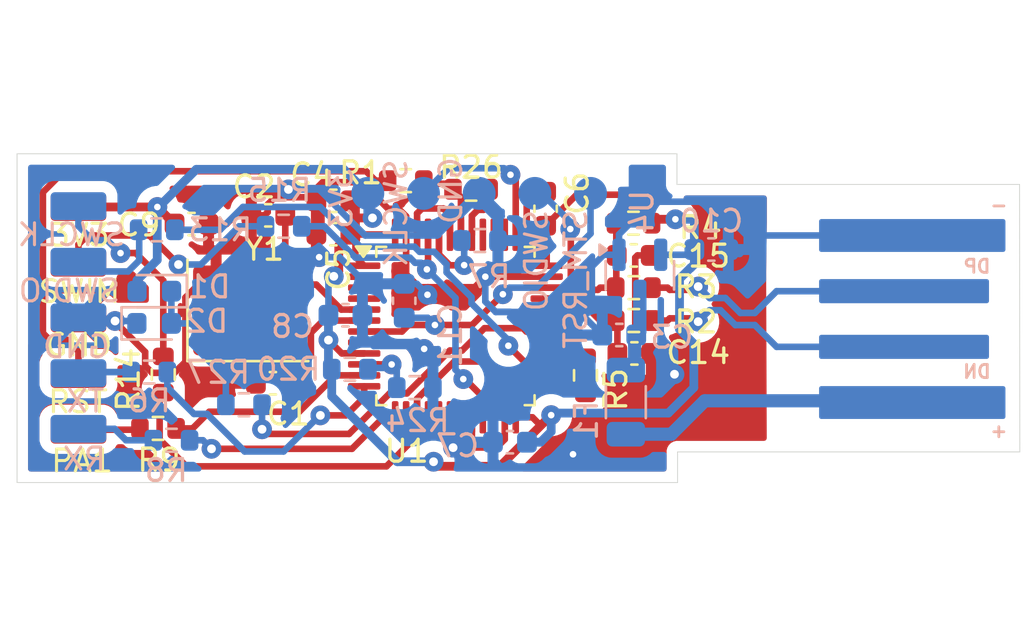
<source format=kicad_pcb>
(kicad_pcb (version 20241229) (generator "pcbnew") (generator_version "9.0")
  (layers (0 "F.Cu" signal "Front") (2 "B.Cu" signal "Back") (13 "F.Paste" user) (15 "B.Paste" user) (5 "F.SilkS" user "F.Silkscreen") (7 "B.SilkS" user "B.Silkscreen") (1 "F.Mask" user) (3 "B.Mask" user) (25 "Edge.Cuts" user))
  (net 0 "")
  (net 1 "/OSC_OUT")
  (net 2 "Earth")
  (net 3 "/OSC_IN?")
  (net 4 "+5V")
  (net 5 "+3V3")
  (net 6 "/STM_RST")
  (net 7 "/USB_N")
  (net 8 "/USB_P")
  (net 9 "Net-(D1-K)")
  (net 10 "/STLINK_RX")
  (net 11 "Net-(J2-Pin_2)")
  (net 12 "/STLINK_TX")
  (net 13 "Net-(J2-Pin_4)")
  (net 14 "Net-(J2-Pin_3)")
  (net 15 "/SWDIO")
  (net 16 "/SWCLK")
  (net 17 "/T_NRST")
  (net 18 "/T_SWDIO_IN")
  (net 19 "/T_JTMS")
  (net 20 "Net-(U1-BOOT0)")
  (net 21 "/T_JTCK")
  (net 22 "/T_SWIM")
  (net 23 "/AIN1")
  (net 24 "Net-(U1-PB5)")
  (net 25 "/LED_STLINK")
  (net 29 "Net-(U1-PB7)")
  (net 32 "/T_JTDI")
  (net 33 "/T_JTDO")
  (net 35 "/T_JRST")
  (net 38 "/T_SWO")
  (net 40 "/PB11")
  (net 42 "Net-(J1-Pin_1)")
  (net 43 "/D+")
  (net 44 "/D-")
  (net 45 "Net-(J2-Pin_10)")
  (net 46 "Net-(J2-Pin_8)")
  (net 47 "Net-(J2-Pin_7)")
  (net 48 "/Pin_navic")
  (net 49 "Net-(J2-Pin_9)")
  (footprint "Resistor_SMD:R_0603_1608Metric" (layer "F.Cu") (at 52.549239 32.799239 180)
    (property "Reference" "R4")
    (property "Value" "1K8")
  )
  (footprint "Capacitor_SMD:C_0603_1608Metric" (layer "F.Cu") (at 38.859239 31.779239 180)
    (property "Reference" "C4")
    (property "Value" "100nF/6v")
  )
  (footprint "Resistor_SMD:R_0603_1608Metric" (layer "F.Cu") (at 45.14 31.25)
    (property "Reference" "R26")
    (property "Value" "220R")
  )
  (footprint "Capacitor_SMD:C_0603_1608Metric" (layer "F.Cu") (at 32.39 32.84)
    (property "Reference" "C9")
    (property "Value" "4.7uF/6v")
  )
  (footprint "Capacitor_SMD:C_0603_1608Metric" (layer "F.Cu") (at 52.59 38.74)
    (property "Reference" "C14")
    (property "Value" "47pF/6v")
  )
  (footprint "Resistor_SMD:R_0603_1608Metric" (layer "F.Cu") (at 30.86 42.16)
    (property "Reference" "R9")
    (property "Value" "100R")
  )
  (footprint "Connector_IDC:Untitled" (layer "F.Cu") (at 30.73 36.56)
    (property "Reference" "J2" (hide yes))
    (property "Value" "Conn_02x05_Odd_Even" (hide yes))
  )
  (footprint "PCM_kikit:Tab" (layer "F.Cu") (at 50 44.7)
    (property "Reference" "REF**" (hide yes))
    (property "Value" "Tab")
  )
  (footprint "Resistor_SMD:R_0603_1608Metric" (layer "F.Cu") (at 31.1 39.7 90)
    (property "Reference" "R14")
    (property "Value" "100R")
  )
  (footprint "Capacitor_SMD:C_0603_1608Metric" (layer "F.Cu") (at 36.1 40.1)
    (property "Reference" "C1")
    (property "Value" "20pF/6v")
  )
  (footprint "Resistor_SMD:R_0603_1608Metric" (layer "F.Cu") (at 42.159239 30.859239)
    (property "Reference" "R1")
    (property "Value" "100R")
  )
  (footprint "Capacitor_SMD:C_0603_1608Metric" (layer "F.Cu") (at 35.89 32.44)
    (property "Reference" "C2")
    (property "Value" "20pF/6v")
  )
  (footprint "PCM_kikit:Tab" (layer "F.Cu") (at 30 29.7)
    (property "Reference" "REF**" (hide yes))
    (property "Value" "Tab")
  )
  (footprint "Resistor_SMD:R_0603_1608Metric" (layer "F.Cu") (at 50.36 39.74 -90)
    (property "Reference" "R5")
    (property "Value" "100R")
  )
  (footprint "PCM_kikit:Tab" (layer "F.Cu") (at 50 29.6)
    (property "Reference" "REF**" (hide yes))
    (property "Value" "Tab")
  )
  (footprint "Capacitor_SMD:C_0603_1608Metric" (layer "F.Cu") (at 38.859239 33.299239 180)
    (property "Reference" "C5")
    (property "Value" "100nF/6v")
  )
  (footprint "Resistor_SMD:R_0603_1608Metric" (layer "F.Cu") (at 52.565 37.24 180)
    (property "Reference" "R2")
    (property "Value" "22R")
  )
  (footprint "Crystal:Crystal_SMD_3225-4Pin_3.2x2.5mm_HandSoldering" (layer "F.Cu") (at 34.96 36.78)
    (property "Reference" "Y1")
    (property "Value" "Crystal_GND24")
  )
  (footprint "Capacitor_SMD:C_0603_1608Metric" (layer "F.Cu") (at 48.54 32.14 90)
    (property "Reference" "C6")
    (property "Value" "100nF/6v")
  )
  (footprint "Package_QFP:LQFP-48_7x7mm_P0.5mm" (layer "F.Cu") (at 44.4275 37.49)
    (property "Reference" "U1")
    (property "Value" "STM32F103CBTx")
  )
  (footprint "Capacitor_SMD:C_0603_1608Metric" (layer "F.Cu") (at 52.559239 34.269239)
    (property "Reference" "C15")
    (property "Value" "47pF/6v")
  )
  (footprint "Resistor_SMD:R_0603_1608Metric" (layer "F.Cu") (at 52.565 35.74 180)
    (property "Reference" "R3")
    (property "Value" "22R")
  )
  (footprint "Resistor_SMD:R_1206_3216Metric" (layer "B.Cu") (at 52.2 40.9625 90)
    (property "Reference" "F1")
    (property "Value" "500mA")
  )
  (footprint "LED_SMD:LED_0603_1608Metric" (layer "B.Cu") (at 30.69 35.9 180)
    (property "Reference" "D1")
    (property "Value" "LED")
  )
  (footprint "Connector_IDC:Untitled_3" (layer "B.Cu") (at 45.43 33.94 -90)
    (property "Reference" "J3" (hide yes))
    (property "Value" "Conn_01x05" (hide yes))
  )
  (footprint "Resistor_SMD:R_0603_1608Metric" (layer "B.Cu") (at 30.46 39.59 180)
    (property "Reference" "R6")
    (property "Value" "100R")
  )
  (footprint "Capacitor_SMD:C_0603_1608Metric" (layer "B.Cu") (at 56.1 34)
    (property "Reference" "C10")
    (property "Value" "100nF/6v")
  )
  (footprint "Resistor_SMD:R_0603_1608Metric" (layer "B.Cu") (at 45.54 33.59)
    (property "Reference" "R7")
    (property "Value" "0")
  )
  (footprint "Resistor_SMD:R_0603_1608Metric" (layer "B.Cu") (at 34.78 41.08)
    (property "Reference" "R27")
    (property "Value" "1K")
  )
  (footprint "Connector_USB:USB_A_PCB_traces_small" (layer "B.Cu") (at 70.115 37.17 180)
    (property "Reference" "J1" (hide yes))
    (property "Value" "Conn_01x04_Pin" (hide yes))
  )
  (footprint "Capacitor_SMD:C_0603_1608Metric" (layer "B.Cu") (at 46.914239 42.789239 180)
    (property "Reference" "C7")
    (property "Value" "100nF/6v")
  )
  (footprint "Capacitor_SMD:C_0603_1608Metric" (layer "B.Cu") (at 42.09 36.34 -90)
    (property "Reference" "C11")
    (property "Value" "100nF/6v")
  )
  (footprint "Resistor_SMD:R_0603_1608Metric" (layer "B.Cu") (at 42.575 40.3 180)
    (property "Reference" "R24")
    (property "Value" "10k")
  )
  (footprint "Capacitor_SMD:C_0603_1608Metric" (layer "B.Cu") (at 51.9 37.9 180)
    (property "Reference" "C3")
    (property "Value" "100nF/6v")
  )
  (footprint "Resistor_SMD:R_0603_1608Metric" (layer "B.Cu") (at 39.609239 39.459239)
    (property "Reference" "R20")
    (property "Value" "10k")
  )
  (footprint "Capacitor_SMD:C_0603_1608Metric" (layer "B.Cu") (at 39.409239 36.999239)
    (property "Reference" "C8")
    (property "Value" "100nF/6v")
  )
  (footprint "Resistor_SMD:R_0603_1608Metric" (layer "B.Cu") (at 31.475 42.7 180)
    (property "Reference" "R8")
    (property "Value" "100R")
  )
  (footprint "Resistor_SMD:R_0603_1608Metric" (layer "B.Cu") (at 36.59 32.94)
    (property "Reference" "R15")
    (property "Value" "100R")
  )
  (footprint "LED_SMD:LED_0603_1608Metric" (layer "B.Cu") (at 30.6825 37.37)
    (property "Reference" "D2")
    (property "Value" "LED")
  )
  (footprint "Package_TO_SOT_SMD:SOT-23" (layer "B.Cu") (at 52.84 35.1775 -90)
    (property "Reference" "U4")
    (property "Value" "MCP1700x-330xxTT")
  )
  (footprint "Resistor_SMD:R_0603_1608Metric" (layer "B.Cu") (at 30.8 33.1 180)
    (property "Reference" "R13")
    (property "Value" "100R")
  )
  (gr_line (start 54.560761 44.630761) (end 24.430761 44.630761) (stroke (width 0.0381)) (layer "Edge.Cuts"))
  (gr_line (start 54.530761 29.630761) (end 24.430761 29.630761) (stroke (width 0.0381)) (layer "Edge.Cuts"))
  (gr_line (start 70.160761 31.030761) (end 70.170761 43.230761) (stroke (width 0.0381)) (layer "Edge.Cuts"))
  (gr_line (start 70.170761 43.230761) (end 54.560761 43.230761) (stroke (width 0.0381)) (layer "Edge.Cuts"))
  (gr_line (start 24.430761 44.630761) (end 24.430761 29.630761) (stroke (width 0.0381)) (layer "Edge.Cuts"))
  (gr_line (start 70.160761 31.030761) (end 54.530761 31.030761) (stroke (width 0.0381)) (layer "Edge.Cuts"))
  (gr_line (start 54.530761 31.030761) (end 54.530761 29.630761) (stroke (width 0.0381)) (layer "Edge.Cuts"))
  (gr_line (start 54.560761 44.630761) (end 54.560761 43.230761) (stroke (width 0.0381)) (layer "Edge.Cuts"))
  (gr_text "SWIM" (at 25.32 36.5 0) (layer "F.SilkS") (effects (font (size 1 1) (thickness 0.14)) (justify left bottom)))
  (gr_text "PA1" (at 25.9 44.230761 0) (layer "F.SilkS") (effects (font (size 1 1) (thickness 0.14)) (justify left bottom)))
  (gr_text "3V3" (at 25.8 33.93 0) (layer "F.SilkS") (effects (font (size 1 1) (thickness 0.14)) (justify left bottom)))
  (gr_text "RST" (at 25.76 41.53 0) (layer "F.SilkS") (effects (font (size 1 1) (thickness 0.14)) (justify left bottom)))
  (gr_text "GND" (at 25.64 38.94 0) (layer "F.SilkS") (effects (font (size 1 1) (thickness 0.14)) (justify left bottom)))
  (gr_text "TX" (at 28.5 41.5 0) (layer "B.SilkS") (effects (font (size 1 1) (thickness 0.14)) (justify left bottom mirror)))
  (gr_text "GND" (at 44.8 29.7 90) (layer "B.SilkS") (effects (font (size 1 1) (thickness 0.14)) (justify left bottom mirror)))
  (gr_text "SWCLK" (at 42.3 29.8 90) (layer "B.SilkS") (effects (font (size 1 1) (thickness 0.14)) (justify left bottom mirror)))
  (gr_text "RX" (at 28.57 44.14 0) (layer "B.SilkS") (effects (font (size 1 1) (thickness 0.14)) (justify left bottom mirror)))
  (gr_text "STM_RST" (at 50.5 32.1 90) (layer "B.SilkS") (effects (font (size 1 1) (thickness 0.14)) (justify left bottom mirror)))
  (gr_text "SWDIO" (at 29.22 36.47 0) (layer "B.SilkS") (effects (font (size 1 1) (thickness 0.14)) (justify left bottom mirror)))
  (gr_text "SWCLK" (at 29.46 33.91 0) (layer "B.SilkS") (effects (font (size 1 1) (thickness 0.14)) (justify left bottom mirror)))
  (gr_text "SWDIO" (at 48.7 32.1 90) (layer "B.SilkS") (effects (font (size 1 1) (thickness 0.14)) (justify left bottom mirror)))
  (gr_text "3V3" (at 39.8 30.2 90) (layer "B.SilkS") (effects (font (size 1 1) (thickness 0.14)) (justify left bottom mirror)))
  (gr_text "GND" (at 28.75 39.02 0) (layer "B.SilkS") (effects (font (size 1 1) (thickness 0.14)) (justify left bottom mirror)))
  (segment (start 37.46587 39.181) (end 37.833239 38.813631) (width 0.3) (layer "F.Cu") (net 1))
  (segment (start 37.02 40.155) (end 37.02 39.181) (width 0.3) (layer "F.Cu") (net 1))
  (segment (start 33.51 37.93) (end 34.761 39.181) (width 0.3) (layer "F.Cu") (net 1))
  (segment (start 38.392237 37.24) (end 40.265 37.24) (width 0.3) (layer "F.Cu") (net 1))
  (segment (start 34.761 39.181) (end 37.02 39.181) (width 0.3) (layer "F.Cu") (net 1))
  (segment (start 37.833239 38.813631) (end 37.833239 37.798998) (width 0.3) (layer "F.Cu") (net 1))
  (segment (start 37.02 39.181) (end 37.46587 39.181) (width 0.3) (layer "F.Cu") (net 1))
  (segment (start 37.833239 37.798998) (end 38.392237 37.24) (width 0.3) (layer "F.Cu") (net 1))
  (segment (start 45.309239 35.719239) (end 45.788478 35.24) (width 0.3) (layer "F.Cu") (net 2))
  (segment (start 42.706761 38.24) (end 40.265 38.24) (width 0.3) (layer "F.Cu") (net 2))
  (segment (start 33.98 32.84) (end 34.38 32.44) (width 0.3) (layer "F.Cu") (net 2))
  (segment (start 36.809239 31.259239) (end 36.809239 31.564) (width 0.3) (layer "F.Cu") (net 2))
  (segment (start 46.6775 41.6525) (end 46.6775 42.656739) (width 0.3) (layer "F.Cu") (net 2))
  (segment (start 27.35 37.26) (end 27.23 37.14) (width 0.3) (layer "F.Cu") (net 2))
  (segment (start 30.274 39.308774) (end 30.591226 39.626) (width 0.3) (layer "F.Cu") (net 2))
  (segment (start 30.274 38.674) (end 30.274 39.308774) (width 0.3) (layer "F.Cu") (net 2))
  (segment (start 42.769239 35.719239) (end 43.169239 35.719239) (width 0.3) (layer "F.Cu") (net 2))
  (segment (start 38.315 33.44) (end 38.315 31.614) (width 0.3) (layer "F.Cu") (net 2))
  (segment (start 54.419239 39.689239) (end 53.440761 39.689239) (width 0.3) (layer "F.Cu") (net 2))
  (segment (start 45.788478 35.24) (end 45.79 35.24) (width 0.3) (layer "F.Cu") (net 2))
  (segment (start 52.629 38.429) (end 52.94 38.74) (width 0.3) (layer "F.Cu") (net 2))
  (segment (start 36.195178 31.614) (end 35.864 31.945178) (width 0.3) (layer "F.Cu") (net 2))
  (segment (start 36.759239 31.614) (end 36.195178 31.614) (width 0.3) (layer "F.Cu") (net 2))
  (segment (start 38.315 31.614) (end 36.759239 31.614) (width 0.3) (layer "F.Cu") (net 2))
  (segment (start 46.315 43.019239) (end 45.702205 43.019239) (width 0.3) (layer "F.Cu") (net 2))
  (segment (start 32.67 35.63) (end 33.51 35.63) (width 0.3) (layer "F.Cu") (net 2))
  (segment (start 36.41 37.93) (end 36.23 37.93) (width 0.3) (layer "F.Cu") (net 2))
  (segment (start 28.9 37.3) (end 30.274 38.674) (width 0.3) (layer "F.Cu") (net 2))
  (segment (start 44.320392 43.037177) (end 44.33833 43.019239) (width 0.3) (layer "F.Cu") (net 2))
  (segment (start 33.51 34.10148) (end 33.165 33.75648) (width 0.3) (layer "F.Cu") (net 2))
  (segment (start 53.440761 39.689239) (end 53.365 39.765) (width 0.3) (layer "F.Cu") (net 2))
  (segment (start 43 38.533239) (end 42.706761 38.24) (width 0.3) (layer "F.Cu") (net 2))
  (segment (start 38.209239 33.545761) (end 38.315 33.44) (width 0.3) (layer "F.Cu") (net 2))
  (segment (start 52.730761 34.269239) (end 52.629 34.371) (width 0.3) (layer "F.Cu") (net 2))
  (segment (start 40.144465 30.929239) (end 41.360206 32.14498) (width 0.3) (layer "F.Cu") (net 2))
  (segment (start 36.809239 31.564) (end 36.759239 31.614) (width 0.3) (layer "F.Cu") (net 2))
  (segment (start 47.279239 34.708727) (end 47.6785 34.309466) (width 0.3) (layer "F.Cu") (net 2))
  (segment (start 42.1775 35.1275) (end 42.769239 35.719239) (width 0.3) (layer "F.Cu") (net 2))
  (segment (start 47.835 31.365) (end 48.54 31.365) (width 0.3) (layer "F.Cu") (net 2))
  (segment (start 38.209239 34.349239) (end 38.209239 33.545761) (width 0.3) (layer "F.Cu") (net 2))
  (segment (start 47.6785 34.309466) (end 47.6785 31.5215) (width 0.3) (layer "F.Cu") (net 2))
  (segment (start 43.150639 35.737839) (end 43.169239 35.719239) (width 0.3) (layer "F.Cu") (net 2))
  (segment (start 38.084239 31.959239) (end 38.084239 31.215761) (width 0.3) (layer "F.Cu") (net 2))
  (segment (start 46.98 35.24) (end 48.59 35.24) (width 0.3) (layer "F.Cu") (net 2))
  (segment (start 45.1775 43.019239) (end 45.1775 41.6525) (width 0.3) (layer "F.Cu") (net 2))
  (segment (start 35.718478 32.44) (end 35.115 32.44) (width 0.3) (layer "F.Cu") (net 2))
  (segment (start 33.93 35.63) (end 33.51 35.63) (width 0.3) (layer "F.Cu") (net 2))
  (segment (start 47.6785 31.5215) (end 47.835 31.365) (width 0.3) (layer "F.Cu") (net 2))
  (segment (start 28.9 37.26) (end 28.9 37.3) (width 0.3) (layer "F.Cu") (net 2))
  (segment (start 53.09 40.04) (end 50.915 42.215) (width 0.3) (layer "F.Cu") (net 2))
  (segment (start 42.1775 33.3275) (end 42.1775 35.1275) (width 0.3) (layer "F.Cu") (net 2))
  (segment (start 43.150639 36.063383) (end 43.150639 35.737839) (width 0.3) (layer "F.Cu") (net 2))
  (segment (start 50.915 42.215) (end 49.79 43.34) (width 0.3) (layer "F.Cu") (net 2))
  (segment (start 34.38 32.44) (end 35.115 32.44) (width 0.3) (layer "F.Cu") (net 2))
  (segment (start 43.169239 35.719239) (end 45.309239 35.719239) (width 0.3) (layer "F.Cu") (net 2))
  (segment (start 38.370761 30.929239) (end 40.144465 30.929239) (width 0.3) (layer "F.Cu") (net 2))
  (segment (start 53.365 39.765) (end 53.365 38.74) (width 0.3) (layer "F.Cu") (net 2))
  (segment (start 28.9 37.26) (end 27.35 37.26) (width 0.3) (layer "F.Cu") (net 2))
  (segment (start 32.109 36.191) (end 32.67 35.63) (width 0.3) (layer "F.Cu") (net 2))
  (segment (start 32.109 39.125774) (end 32.109 36.191) (width 0.3) (layer "F.Cu") (net 2))
  (segment (start 30.591226 39.626) (end 31.608774 39.626) (width 0.3) (layer "F.Cu") (net 2))
  (segment (start 33.51 35.63) (end 33.51 34.10148) (width 0.3) (layer "F.Cu") (net 2))
  (segment (start 52.94 38.74) (end 53.365 38.74) (width 0.3) (layer "F.Cu") (net 2))
  (segment (start 33.165 32.84) (end 33.98 32.84) (width 0.3) (layer "F.Cu") (net 2))
  (segment (start 47.279239 35.24) (end 47.279239 34.708727) (width 0.3) (layer "F.Cu") (net 2))
  (segment (start 31.867387 39.367387) (end 32.109 39.125774) (width 0.3) (layer "F.Cu") (net 2))
  (segment (start 38.084239 31.215761) (end 38.370761 30.929239) (width 0.3) (layer "F.Cu") (net 2))
  (segment (start 33.165 32.84) (end 33.165 33.75648) (width 0.3) (layer "F.Cu") (net 2))
  (segment (start 45.79 35.24) (end 46.98 35.24) (width 0.3) (layer "F.Cu") (net 2))
  (segment (start 53.09 40.04) (end 53.365 39.765) (width 0.3) (layer "F.Cu") (net 2))
  (segment (start 36.23 37.93) (end 33.93 35.63) (width 0.3) (layer "F.Cu") (net 2))
  (segment (start 35.325 40.1) (end 32.6 40.1) (width 0.3) (layer "F.Cu") (net 2))
  (segment (start 35.864 32.294478) (end 35.718478 32.44) (width 0.3) (layer "F.Cu") (net 2))
  (segment (start 45.702205 43.019239) (end 45.1775 43.019239) (width 0.3) (layer "F.Cu") (net 2))
  (segment (start 41.360206 32.14498) (end 41.837014 32.14498) (width 0.3) (layer "F.Cu") (net 2))
  (segment (start 46.6775 42.656739) (end 46.315 43.019239) (width 0.3) (layer "F.Cu") (net 2))
  (segment (start 41.837014 32.14498) (end 42.1775 32.485466) (width 0.3) (layer "F.Cu") (net 2))
  (segment (start 52.629 34.371) (end 52.629 38.429) (width 0.3) (layer "F.Cu") (net 2))
  (segment (start 32.6 40.1) (end 31.867387 39.367387) (width 0.3) (layer "F.Cu") (net 2))
  (segment (start 31.608774 39.626) (end 31.867387 39.367387) (width 0.3) (layer "F.Cu") (net 2))
  (segment (start 42.1775 32.485466) (end 42.1775 33.3275) (width 0.3) (layer "F.Cu") (net 2))
  (segment (start 53.334239 34.269239) (end 52.730761 34.269239) (width 0.3) (layer "F.Cu") (net 2))
  (segment (start 44.33833 43.019239) (end 45.702205 43.019239) (width 0.3) (layer "F.Cu") (net 2))
  (segment (start 35.864 31.945178) (end 35.864 32.294478) (width 0.3) (layer "F.Cu") (net 2))
  (via (at 44.320392 43.037177) (size 0.9) (drill 0.4) (layers "F.Cu" "B.Cu") (net 2))
  (via (at 43.150639 36.063383) (size 0.9) (drill 0.3) (layers "F.Cu" "B.Cu") (net 2))
  (via (at 45.79 35.24) (size 0.9) (drill 0.3) (layers "F.Cu" "B.Cu") (net 2))
  (via (at 49.79 43.34) (size 0.9) (drill 0.3) (layers "F.Cu" "B.Cu") (net 2))
  (via (at 36.809239 31.259239) (size 0.9) (drill 0.4) (layers "F.Cu" "B.Cu") (net 2))
  (via (at 28.9 37.26) (size 0.9) (drill 0.4) (layers "F.Cu" "B.Cu") (net 2))
  (via (at 38.209239 34.349239) (size 0.9) (drill 0.3) (layers "F.Cu" "B.Cu") (net 2))
  (via (at 54.419239 39.689239) (size 0.9) (drill 0.4) (layers "F.Cu" "B.Cu") (net 2))
  (via (at 43 38.533239) (size 0.9) (drill 0.3) (layers "F.Cu" "B.Cu") (net 2))
  (segment (start 27.23 37.1) (end 27.39 37.26) (width 0.3) (layer "B.Cu") (net 2))
  (segment (start 51.125 37.9) (end 49.34 36.115) (width 0.3) (layer "B.Cu") (net 2))
  (segment (start 43.3 38.833239) (end 43.3 40.2) (width 0.3) (layer "B.Cu") (net 2))
  (segment (start 49.315 36.115) (end 48.580761 36.849239) (width 0.3) (layer "B.Cu") (net 2))
  (segment (start 45.51 31.44) (end 45.51 31.81) (width 0.3) (layer "B.Cu") (net 2))
  (segment (start 29.785 37.26) (end 29.895 37.37) (width 0.3) (layer "B.Cu") (net 2))
  (segment (start 57.715 33.36) (end 57.715 33.885) (width 0.3) (layer "B.Cu") (net 2))
  (segment (start 42.665 35.565) (end 42.09 35.565) (width 0.3) (layer "B.Cu") (net 2))
  (segment (start 44.320392 43.037177) (end 44.457569 42.9) (width 0.3) (layer "B.Cu") (net 2))
  (segment (start 57.4 34.2) (end 56.875 34.2) (width 0.3) (layer "B.Cu") (net 2))
  (segment (start 40.7 38.4) (end 40.184239 37.884239) (width 0.3) (layer "B.Cu") (net 2))
  (segment (start 51.89 33.31) (end 51.89 34.24) (width 0.3) (layer "B.Cu") (net 2))
  (segment (start 46.028478 42.9) (end 46.139239 42.789239) (width 0.3) (layer "B.Cu") (net 2))
  (segment (start 46.415 32.715) (end 46.415 34.637052) (width 0.3) (layer "B.Cu") (net 2))
  (segment (start 57.715 33.36) (end 56.174 31.819) (width 0.3) (layer "B.Cu") (net 2))
  (segment (start 43.589761 33.360239) (end 40.311309 33.360239) (width 0.3) (layer "B.Cu") (net 2))
  (segment (start 27.66 37.26) (end 27.5 37.1) (width 0.3) (layer "B.Cu") (net 2))
  (segment (start 43.150639 36.050639) (end 42.665 35.565) (width 0.3) (layer "B.Cu") (net 2))
  (segment (start 45.789 35.263052) (end 45.789 36.371786) (width 0.3) (layer "B.Cu") (net 2))
  (segment (start 43 38.533239) (end 43.3 38.833239) (width 0.3) (layer "B.Cu") (net 2))
  (segment (start 40.184239 37.884239) (end 40.184239 36.999239) (width 0.3) (layer "B.Cu") (net 2))
  (segment (start 46.139239 43.539239) (end 46.139239 42.789239) (width 0.3) (layer "B.Cu") (net 2))
  (segment (start 51.19 34.24) (end 49.315 36.115) (width 0.3) (layer "B.Cu") (net 2))
  (segment (start 38.209239 34.349239) (end 39.140719 34.349239) (width 0.3) (layer "B.Cu") (net 2))
  (segment (start 45.51 31.81) (end 46.415 32.715) (width 0.3) (layer "B.Cu") (net 2))
  (segment (start 46.266453 36.849239) (end 46.258214 36.841) (width 0.3) (layer "B.Cu") (net 2))
  (segment (start 56.174 31.819) (end 53.381 31.819) (width 0.3) (layer "B.Cu") (net 2))
  (segment (start 27.39 37.26) (end 29.785 37.26) (width 0.3) (layer "B.Cu") (net 2))
  (segment (start 46.921786 36.841) (end 46.258214 36.841) (width 0.3) (layer "B.Cu") (net 2))
  (segment (start 57.715 33.885) (end 57.4 34.2) (width 0.3) (layer "B.Cu") (net 2))
  (segment (start 44.457569 42.9) (end 46.028478 42.9) (width 0.3) (layer "B.Cu") (net 2))
  (segment (start 65.265 33.36) (end 57.715 33.36) (width 0.3) (layer "B.Cu") (net 2))
  (segment (start 39.140719 34.349239) (end 40.35648 35.565) (width 0.3) (layer "B.Cu") (net 2))
  (segment (start 40.35648 35.565) (end 42.09 35.565) (width 0.3) (layer "B.Cu") (net 2))
  (segment (start 49.34 36.115) (end 49.315 36.115) (width 0.3) (layer "B.Cu") (net 2))
  (segment (start 45.789 36.371786) (end 46.258214 36.841) (width 0.3) (layer "B.Cu") (net 2))
  (segment (start 43.150639 36.063383) (end 43.150639 36.050639) (width 0.3) (layer "B.Cu") (net 2))
  (segment (start 49.79 43.34) (end 49.23 43.9) (width 0.3) (layer "B.Cu") (net 2))
  (segment (start 48.580761 36.849239) (end 46.266453 36.849239) (width 0.3) (layer "B.Cu") (net 2))
  (segment (start 49.23 43.9) (end 46.5 43.9) (width 0.3) (layer "B.Cu") (net 2))
  (segment (start 42.9 38.4) (end 40.7 38.4) (width 0.3) (layer "B.Cu") (net 2))
  (segment (start 53.381 31.819) (end 51.89 33.31) (width 0.3) (layer "B.Cu") (net 2))
  (segment (start 45.51 31.44) (end 43.589761 33.360239) (width 0.3) (layer "B.Cu") (net 2))
  (segment (start 51.89 34.24) (end 51.19 34.24) (width 0.3) (layer "B.Cu") (net 2))
  (segment (start 38.210309 31.259239) (end 36.809239 31.259239) (width 0.3) (layer "B.Cu") (net 2))
  (segment (start 40.311309 33.360239) (end 38.210309 31.259239) (width 0.3) (layer "B.Cu") (net 2))
  (segment (start 46.415 34.637052) (end 45.789 35.263052) (width 0.3) (layer "B.Cu") (net 2))
  (segment (start 27.5 37.1) (end 27.23 37.1) (width 0.3) (layer "B.Cu") (net 2))
  (segment (start 43.3 40.2) (end 43.4 40.3) (width 0.3) (layer "B.Cu") (net 2))
  (segment (start 43 38.533239) (end 43 38.5) (width 0.3) (layer "B.Cu") (net 2))
  (segment (start 43 38.5) (end 42.9 38.4) (width 0.3) (layer "B.Cu") (net 2))
  (segment (start 46.5 43.9) (end 46.139239 43.539239) (width 0.3) (layer "B.Cu") (net 2))
  (segment (start 36.72 35.6) (end 36.665 35.545) (width 0.3) (layer "F.Cu") (net 3))
  (segment (start 39.22 36.74) (end 38.08 35.6) (width 0.3) (layer "F.Cu") (net 3))
  (segment (start 38.08 35.6) (end 36.72 35.6) (width 0.3) (layer "F.Cu") (net 3))
  (segment (start 36.665 35.545) (end 36.665 32.44) (width 0.3) (layer "F.Cu") (net 3))
  (segment (start 40.265 36.74) (end 39.22 36.74) (width 0.3) (layer "F.Cu") (net 3))
  (segment (start 52.6 37.975) (end 52.675 37.9) (width 0.6) (layer "B.Cu") (net 4))
  (segment (start 52.6 39.1) (end 52.6 37.975) (width 0.6) (layer "B.Cu") (net 4))
  (segment (start 52.84 36.115) (end 52.84 37.735) (width 0.6) (layer "B.Cu") (net 4))
  (segment (start 52.2 39.5) (end 52.6 39.1) (width 0.6) (layer "B.Cu") (net 4))
  (segment (start 52.84 37.735) (end 52.675 37.9) (width 0.6) (layer "B.Cu") (net 4))
  (segment (start 48.794239 41.554239) (end 48.794239 41.569761) (width 0.4) (layer "F.Cu") (net 5))
  (segment (start 31.379239 32.609239) (end 31.384239 32.609239) (width 0.4) (layer "F.Cu") (net 5))
  (segment (start 43.428315 43.680761) (end 43.635731 43.888177) (width 0.4) (layer "F.Cu") (net 5))
  (segment (start 39.865 33.44) (end 39.865 34.34) (width 0.3) (layer "F.Cu") (net 5))
  (segment (start 53.553478 32.62) (end 53.374239 32.799239) (width 0.4) (layer "F.Cu") (net 5))
  (segment (start 40.265 38.74) (end 39.243455 38.74) (width 0.3) (layer "F.Cu") (net 5))
  (segment (start 39.243455 38.74) (end 38.634239 38.130784) (width 0.3) (layer "F.Cu") (net 5))
  (segment (start 48.59 32.965) (end 48.54 32.915) (width 0.3) (layer "F.Cu") (net 5))
  (segment (start 39.89 33.315) (end 41.665 33.315) (width 0.3) (layer "F.Cu") (net 5))
  (segment (start 39.865 33.29) (end 39.89 33.315) (width 0.3) (layer "F.Cu") (net 5))
  (segment (start 31.384239 32.609239) (end 31.615 32.84) (width 0.4) (layer "F.Cu") (net 5))
  (segment (start 43.635731 43.888177) (end 46.460301 43.888177) (width 0.4) (layer "F.Cu") (net 5))
  (segment (start 39.104239 33.829239) (end 39.104239 34.996242) (width 0.4) (layer "F.Cu") (net 5))
  (segment (start 52.8 31.5) (end 53.374239 32.074239) (width 0.3) (layer "F.Cu") (net 5))
  (segment (start 48.54 32.915) (end 48.685 32.915) (width 0.3) (layer "F.Cu") (net 5))
  (segment (start 40.643095 32.559239) (end 39.865 32.559239) (width 0.4) (layer "F.Cu") (net 5))
  (segment (start 46.460301 43.888177) (end 48.794239 41.554239) (width 0.4) (layer "F.Cu") (net 5))
  (segment (start 54.46 32.62) (end 53.553478 32.62) (width 0.4) (layer "F.Cu") (net 5))
  (segment (start 47.1775 41.6525) (end 47.9375 41.6525) (width 0.3) (layer "F.Cu") (net 5))
  (segment (start 39.865 34.34) (end 40.265 34.74) (width 0.3) (layer "F.Cu") (net 5))
  (segment (start 30.83 32.06) (end 31.379239 32.609239) (width 0.4) (layer "F.Cu") (net 5))
  (segment (start 47.9375 41.6525) (end 48.274239 41.989239) (width 0.3) (layer "F.Cu") (net 5))
  (segment (start 48.59 34.74) (end 48.59 32.965) (width 0.3) (layer "F.Cu") (net 5))
  (segment (start 53.374239 32.074239) (end 53.374239 32.799239) (width 0.3) (layer "F.Cu") (net 5))
  (segment (start 30.83 32.06) (end 27.23 32.06) (width 0.4) (layer "F.Cu") (net 5))
  (segment (start 41.665 33.315) (end 41.6775 33.3275) (width 0.3) (layer "F.Cu") (net 5))
  (segment (start 39.39 38.74) (end 39.384239 38.734239) (width 0.3) (layer "F.Cu") (net 5))
  (segment (start 48.54 32.915) (end 49.955 31.5) (width 0.3) (layer "F.Cu") (net 5))
  (segment (start 39.104239 34.996242) (end 38.8775 35.222981) (width 0.4) (layer "F.Cu") (net 5))
  (segment (start 40.265 38.74) (end 39.39 38.74) (width 0.3) (layer "F.Cu") (net 5))
  (segment (start 39.104239 33.829239) (end 39.634239 33.299239) (width 0.4) (layer "F.Cu") (net 5))
  (segment (start 49.955 31.5) (end 52.8 31.5) (width 0.3) (layer "F.Cu") (net 5))
  (segment (start 39.865 31.94) (end 39.865 32.559239) (width 0.4) (layer "F.Cu") (net 5))
  (segment (start 39.865 32.559239) (end 39.865 33.29) (width 0.4) (layer "F.Cu") (net 5))
  (via (at 40.643095 32.559239) (size 0.9) (drill 0.4) (layers "F.Cu" "B.Cu") (net 5))
  (via (at 38.8775 35.222981) (size 0.9) (drill 0.4) (layers "F.Cu" "B.Cu") (net 5))
  (via (at 43.428315 43.680761) (size 0.9) (drill 0.4) (layers "F.Cu" "B.Cu") (net 5))
  (via (at 54.46 32.62) (size 0.9) (drill 0.3) (layers "F.Cu" "B.Cu") (net 5))
  (via (at 30.83 32.06) (size 0.9) (drill 0.3) (layers "F.Cu" "B.Cu") (net 5))
  (via (at 48.794239 41.554239) (size 0.9) (drill 0.3) (layers "F.Cu" "B.Cu") (net 5))
  (via (at 38.634239 38.130784) (size 0.9) (drill 0.4) (layers "F.Cu" "B.Cu") (net 5))
  (segment (start 53.79 34.24) (end 55.285 34.24) (width 0.3) (layer "B.Cu") (net 5))
  (segment (start 55.2 32.6) (end 55.325 32.725) (width 0.4) (layer "B.Cu") (net 5))
  (segment (start 43.428315 43.680761) (end 43.072282 43.680761) (width 0.4) (layer "B.Cu") (net 5))
  (segment (start 55.3 38.293496) (end 54.649 37.642496) (width 0.4) (layer "B.Cu") (net 5))
  (segment (start 40.43 32.346144) (end 40.643095 32.559239) (width 0.4) (layer "B.Cu") (net 5))
  (segment (start 54.649 37.642496) (end 54.649 35.337504) (width 0.4) (layer "B.Cu") (net 5))
  (segment (start 48.794239 41.554239) (end 48.794239 42.305761) (width 0.4) (layer "B.Cu") (net 5))
  (segment (start 30.824 34.476) (end 29.9025 35.3975) (width 0.4) (layer "B.Cu") (net 5))
  (segment (start 38.772355 36.861123) (end 38.634239 36.999239) (width 0.4) (layer "B.Cu") (net 5))
  (segment (start 39.331 30.341) (end 40.43 31.44) (width 0.4) (layer "B.Cu") (net 5))
  (segment (start 38.784239 40.689723) (end 38.784239 39.459239) (width 0.4) (layer "B.Cu") (net 5))
  (segment (start 48.310761 42.789239) (end 47.689239 42.789239) (width 0.4) (layer "B.Cu") (net 5))
  (segment (start 55.161 34.839) (end 55.325 34.675) (width 0.4) (layer "B.Cu") (net 5))
  (segment (start 48.794239 42.305761) (end 48.310761 42.789239) (width 0.4) (layer "B.Cu") (net 5))
  (segment (start 38.634239 38.130784) (end 38.634239 39.309239) (width 0.4) (layer "B.Cu") (net 5))
  (segment (start 54.1385 41.4615) (end 55.3 40.3) (width 0.4) (layer "B.Cu") (net 5))
  (segment (start 38.634239 35.466242) (end 38.634239 36.999239) (width 0.3) (layer "B.Cu") (net 5))
  (segment (start 38.634239 38.130784) (end 38.634239 36.999239) (width 0.4) (layer "B.Cu") (net 5))
  (segment (start 48.886978 41.4615) (end 54.1385 41.4615) (width 0.4) (layer "B.Cu") (net 5))
  (segment (start 38.634239 39.309239) (end 38.784239 39.459239) (width 0.3) (layer "B.Cu") (net 5))
  (segment (start 30.888478 32.06) (end 32.607478 30.341) (width 0.4) (layer "B.Cu") (net 5))
  (segment (start 48.794239 41.554239) (end 48.886978 41.4615) (width 0.4) (layer "B.Cu") (net 5))
  (segment (start 38.859239 36.774239) (end 38.634239 36.999239) (width 0.3) (layer "B.Cu") (net 5))
  (segment (start 55.285 34.24) (end 55.325 34.2) (width 0.3) (layer "B.Cu") (net 5))
  (segment (start 43.072282 43.680761) (end 43.072281 43.680762) (width 0.4) (layer "B.Cu") (net 5))
  (segment (start 55.3 40.3) (end 55.3 38.293496) (width 0.4) (layer "B.Cu") (net 5))
  (segment (start 30.83 32.06) (end 30.824 32.066) (width 0.4) (layer "B.Cu") (net 5))
  (segment (start 54.46 32.62) (end 55.18 32.62) (width 0.4) (layer "B.Cu") (net 5))
  (segment (start 29.9025 35.3975) (end 29.9025 35.9) (width 0.4) (layer "B.Cu") (net 5))
  (segment (start 54.649 35.337504) (end 55.147504 34.839) (width 0.4) (layer "B.Cu") (net 5))
  (segment (start 30.83 32.06) (end 30.888478 32.06) (width 0.4) (layer "B.Cu") (net 5))
  (segment (start 55.325 34.675) (end 55.325 34) (width 0.4) (layer "B.Cu") (net 5))
  (segment (start 43.072281 43.680762) (end 41.775278 43.680762) (width 0.4) (layer "B.Cu") (net 5))
  (segment (start 55.18 32.62) (end 55.2 32.6) (width 0.4) (layer "B.Cu") (net 5))
  (segment (start 29.804519 35.802019) (end 29.9025 35.9) (width 0.4) (layer "B.Cu") (net 5))
  (segment (start 55.147504 34.839) (end 55.161 34.839) (width 0.4) (layer "B.Cu") (net 5))
  (segment (start 55.325 32.725) (end 55.325 34.2) (width 0.4) (layer "B.Cu") (net 5))
  (segment (start 41.775278 43.680762) (end 38.784239 40.689723) (width 0.4) (layer "B.Cu") (net 5))
  (segment (start 40.43 31.44) (end 40.43 32.346144) (width 0.4) (layer "B.Cu") (net 5))
  (segment (start 30.824 32.066) (end 30.824 34.476) (width 0.4) (layer "B.Cu") (net 5))
  (segment (start 32.607478 30.341) (end 39.331 30.341) (width 0.4) (layer "B.Cu") (net 5))
  (segment (start 38.8775 35.222981) (end 38.634239 35.466242) (width 0.3) (layer "B.Cu") (net 5))
  (segment (start 42.287915 37.442085) (end 41.99 37.74) (width 0.3) (layer "F.Cu") (net 6))
  (segment (start 41.99 37.74) (end 40.265 37.74) (width 0.3) (layer "F.Cu") (net 6))
  (segment (start 43.49 37.442085) (end 42.287915 37.442085) (width 0.3) (layer "F.Cu") (net 6))
  (segment (start 45.187915 37.442085) (end 43.49 37.442085) (width 0.3) (layer "F.Cu") (net 6))
  (segment (start 46.59 36.04) (end 45.187915 37.442085) (width 0.3) (layer "F.Cu") (net 6))
  (via (at 46.59 36.04) (size 0.9) (drill 0.3) (layers "F.Cu" "B.Cu") (net 6))
  (via (at 43.49 37.442085) (size 0.9) (drill 0.3) (layers "F.Cu" "B.Cu") (net 6))
  (segment (start 43.49 37.442085) (end 43.162915 37.115) (width 0.3) (layer "B.Cu") (net 6))
  (segment (start 50.589239 33.273547) (end 50.589239 31.440761) (width 0.3) (layer "B.Cu") (net 6))
  (segment (start 46.59 36.04) (end 46.89 35.74) (width 0.3) (layer "B.Cu") (net 6))
  (segment (start 48.122786 35.74) (end 50.589239 33.273547) (width 0.3) (layer "B.Cu") (net 6))
  (segment (start 43.162915 37.115) (end 42.09 37.115) (width 0.3) (layer "B.Cu") (net 6))
  (segment (start 50.589239 31.440761) (end 50.59 31.44) (width 0.3) (layer "B.Cu") (net 6))
  (segment (start 46.89 35.74) (end 48.122786 35.74) (width 0.3) (layer "B.Cu") (net 6))
  (segment (start 50.627499 36.84) (end 51.027499 37.24) (width 0.3) (layer "F.Cu") (net 7))
  (segment (start 48.59 36.74) (end 49.696251 36.74) (width 0.3) (layer "F.Cu") (net 7))
  (segment (start 51.027499 37.24) (end 51.74 37.24) (width 0.3) (layer "F.Cu") (net 7))
  (segment (start 51.815 38.74) (end 51.815 37.315) (width 0.3) (layer "F.Cu") (net 7))
  (segment (start 49.796251 36.84) (end 50.627499 36.84) (width 0.3) (layer "F.Cu") (net 7))
  (segment (start 51.815 37.315) (end 51.74 37.24) (width 0.3) (layer "F.Cu") (net 7))
  (segment (start 49.696251 36.74) (end 49.796251 36.84) (width 0.3) (layer "F.Cu") (net 7))
  (segment (start 51.765 32.73) (end 51.765 35.715) (width 0.3) (layer "F.Cu") (net 8))
  (segment (start 51.765 35.715) (end 51.74 35.74) (width 0.3) (layer "F.Cu") (net 8))
  (segment (start 49.929885 36.006366) (end 50.096251 35.84) (width 0.3) (layer "F.Cu") (net 8))
  (segment (start 49.696251 36.24) (end 49.929885 36.006366) (width 0.3) (layer "F.Cu") (net 8))
  (segment (start 50.096251 35.84) (end 50.728758 35.84) (width 0.3) (layer "F.Cu") (net 8))
  (segment (start 50.728758 35.84) (end 50.927499 35.84) (width 0.3) (layer "F.Cu") (net 8))
  (segment (start 51.027499 35.74) (end 51.74 35.74) (width 0.3) (layer "F.Cu") (net 8))
  (segment (start 48.59 36.24) (end 49.696251 36.24) (width 0.3) (layer "F.Cu") (net 8))
  (segment (start 50.927499 35.84) (end 51.027499 35.74) (width 0.3) (layer "F.Cu") (net 8))
  (segment (start 31.47 37.37) (end 31.47 35.9075) (width 0.3) (layer "B.Cu") (net 9))
  (segment (start 32.37 37.37) (end 33.955 38.955) (width 0.3) (layer "B.Cu") (net 9))
  (segment (start 31.47 35.9075) (end 31.4775 35.9) (width 0.3) (layer "B.Cu") (net 9))
  (segment (start 33.955 38.955) (end 33.955 41.08) (width 0.3) (layer "B.Cu") (net 9))
  (segment (start 31.47 37.37) (end 32.37 37.37) (width 0.3) (layer "B.Cu") (net 9))
  (segment (start 33.3 43.091) (end 39.709 43.091) (width 0.3) (layer "F.Cu") (net 10))
  (segment (start 39.709 43.091) (end 41.1475 41.6525) (width 0.3) (layer "F.Cu") (net 10))
  (segment (start 41.1475 41.6525) (end 41.6775 41.6525) (width 0.3) (layer "F.Cu") (net 10))
  (via (at 33.3 43.091) (size 0.9) (drill 0.4) (layers "F.Cu" "B.Cu") (net 10))
  (segment (start 32.909 42.7) (end 33.3 43.091) (width 0.3) (layer "B.Cu") (net 10))
  (segment (start 32.3 42.7) (end 32.909 42.7) (width 0.3) (layer "B.Cu") (net 10))
  (segment (start 29.15231 34.160686) (end 29.840686 34.160686) (width 0.3) (layer "F.Cu") (net 11))
  (segment (start 29.15 34.162996) (end 29.15231 34.160686) (width 0.3) (layer "F.Cu") (net 11))
  (segment (start 29.840686 34.160686) (end 31.1 35.42) (width 0.3) (layer "F.Cu") (net 11))
  (segment (start 31.1 35.42) (end 31.1 38.875) (width 0.3) (layer "F.Cu") (net 11))
  (via (at 29.15 34.162996) (size 0.9) (drill 0.3) (layers "F.Cu" "B.Cu") (net 11))
  (segment (start 29.125762 34.160686) (end 28.539076 33.574) (width 0.3) (layer "B.Cu") (net 11))
  (segment (start 29.14769 34.160686) (end 29.125762 34.160686) (width 0.3) (layer "B.Cu") (net 11))
  (segment (start 29.15 34.162996) (end 29.14769 34.160686) (width 0.3) (layer "B.Cu") (net 11))
  (segment (start 28.539076 33.574) (end 27.874 33.574) (width 0.3) (layer "B.Cu") (net 11))
  (segment (start 27.23 32.93) (end 27.23 32.02) (width 0.3) (layer "B.Cu") (net 11))
  (segment (start 27.874 33.574) (end 27.23 32.93) (width 0.3) (layer "B.Cu") (net 11))
  (segment (start 39.435949 41.565686) (end 40.265 40.736635) (width 0.3) (layer "F.Cu") (net 12))
  (segment (start 40.265 40.736635) (end 40.265 40.24) (width 0.3) (layer "F.Cu") (net 12))
  (segment (start 38.265686 41.565686) (end 39.435949 41.565686) (width 0.3) (layer "F.Cu") (net 12))
  (via (at 38.265686 41.565686) (size 0.9) (drill 0.4) (layers "F.Cu" "B.Cu") (net 12))
  (segment (start 36.587903 43.212097) (end 34.812097 43.212097) (width 0.3) (layer "B.Cu") (net 12))
  (segment (start 38.265686 41.565686) (end 38.234314 41.565686) (width 0.3) (layer "B.Cu") (net 12))
  (segment (start 33.1 41.5) (end 32.5 41.5) (width 0.3) (layer "B.Cu") (net 12))
  (segment (start 32.5 41.5) (end 31.285 40.285) (width 0.3) (layer "B.Cu") (net 12))
  (segment (start 34.812097 43.212097) (end 33.1 41.5) (width 0.3) (layer "B.Cu") (net 12))
  (segment (start 38.234314 41.565686) (end 36.587903 43.212097) (width 0.3) (layer "B.Cu") (net 12))
  (segment (start 31.285 40.285) (end 31.285 39.59) (width 0.3) (layer "B.Cu") (net 12))
  (segment (start 30.001 34.499) (end 29.498981 35.001019) (width 0.3) (layer "B.Cu") (net 13))
  (segment (start 29.498981 35.001019) (end 27.671019 35.001019) (width 0.3) (layer "B.Cu") (net 13))
  (segment (start 27.671019 35.001019) (end 27.23 34.56) (width 0.3) (layer "B.Cu") (net 13))
  (segment (start 30.001 33.126) (end 30.001 34.499) (width 0.3) (layer "B.Cu") (net 13))
  (segment (start 29.975 33.1) (end 30.001 33.126) (width 0.3) (layer "B.Cu") (net 13))
  (segment (start 31.794816 34.684239) (end 30.470263 33.359686) (width 0.3) (layer "F.Cu") (net 14))
  (segment (start 27.23 33.77) (end 27.23 34.6) (width 0.3) (layer "F.Cu") (net 14))
  (segment (start 30.470263 33.359686) (end 27.640314 33.359686) (width 0.3) (layer "F.Cu") (net 14))
  (segment (start 27.640314 33.359686) (end 27.23 33.77) (width 0.3) (layer "F.Cu") (net 14))
  (via (at 31.794816 34.684239) (size 0.9) (drill 0.4) (layers "F.Cu" "B.Cu") (net 14))
  (segment (start 34.56 32.94) (end 32.815761 34.684239) (width 0.3) (layer "B.Cu") (net 14))
  (segment (start 32.815761 34.684239) (end 31.794816 34.684239) (width 0.3) (layer "B.Cu") (net 14))
  (segment (start 35.765 32.94) (end 34.56 32.94) (width 0.3) (layer "B.Cu") (net 14))
  (segment (start 49.432034 35.74) (end 48.59 35.74) (width 0.3) (layer "F.Cu") (net 15))
  (segment (start 49.665 33.066416) (end 49.69 33.091417) (width 0.3) (layer "F.Cu") (net 15))
  (segment (start 49.69 33.091417) (end 49.69 35.482034) (width 0.3) (layer "F.Cu") (net 15))
  (segment (start 49.69 35.482034) (end 49.432034 35.74) (width 0.3) (layer "F.Cu") (net 15))
  (via (at 49.665 33.066416) (size 0.9) (drill 0.3) (layers "F.Cu" "B.Cu") (net 15))
  (segment (start 47.829 31.89605) (end 47.829 30.98395) (width 0.3) (layer "B.Cu") (net 15))
  (segment (start 49.664999 33.066415) (end 49.664999 32.734999) (width 0.3) (layer "B.Cu") (net 15))
  (segment (start 49.665 33.066416) (end 49.664999 33.066415) (width 0.3) (layer "B.Cu") (net 15))
  (segment (start 48.37 31.44) (end 48.05 31.44) (width 0.3) (layer "B.Cu") (net 15))
  (segment (start 49.664999 32.734999) (end 48.37 31.44) (width 0.3) (layer "B.Cu") (net 15))
  (segment (start 46.937569 30.59) (end 47.1775 30.829931) (width 0.3) (layer "F.Cu") (net 16))
  (segment (start 47.1775 30.829931) (end 47.1775 33.3275) (width 0.3) (layer "F.Cu") (net 16))
  (via (at 46.937569 30.59) (size 0.9) (drill 0.3) (layers "F.Cu" "B.Cu") (net 16))
  (segment (start 44.119 30.291) (end 42.97 31.44) (width 0.3) (layer "B.Cu") (net 16))
  (segment (start 46.937569 30.59) (end 46.638569 30.291) (width 0.3) (layer "B.Cu") (net 16))
  (segment (start 46.638569 30.291) (end 44.119 30.291) (width 0.3) (layer "B.Cu") (net 16))
  (segment (start 43.075 31) (end 42.965 31.11) (width 0.3) (layer "F.Cu") (net 17))
  (segment (start 44.065 31) (end 43.075 31) (width 0.3) (layer "F.Cu") (net 17))
  (segment (start 44.6775 31.6125) (end 44.315 31.25) (width 0.3) (layer "F.Cu") (net 17))
  (segment (start 44.6775 33.3275) (end 44.6775 31.6125) (width 0.3) (layer "F.Cu") (net 17))
  (segment (start 44.315 31.25) (end 44.065 31) (width 0.3) (layer "F.Cu") (net 17))
  (segment (start 48.59 40.24) (end 50.065 40.24) (width 0.3) (layer "F.Cu") (net 18))
  (segment (start 50.065 40.24) (end 50.39 40.565) (width 0.3) (layer "F.Cu") (net 18))
  (segment (start 50.39 40.565) (end 50.39 40.365) (width 0.3) (layer "F.Cu") (net 18))
  (segment (start 47.69 39.24) (end 48.59 39.24) (width 0.3) (layer "F.Cu") (net 19))
  (segment (start 50.065 39.24) (end 50.39 38.915) (width 0.3) (layer "F.Cu") (net 19))
  (segment (start 48.59 39.24) (end 50.065 39.24) (width 0.3) (layer "F.Cu") (net 19))
  (segment (start 46.84 38.39) (end 47.69 39.24) (width 0.3) (layer "F.Cu") (net 19))
  (via (at 46.84 38.39) (size 0.9) (drill 0.3) (layers "F.Cu" "B.Cu") (net 19))
  (segment (start 43.4561 34.104686) (end 42.792528 34.104686) (width 0.3) (layer "B.Cu") (net 19))
  (segment (start 38.259239 32.059239) (end 34.734239 32.059239) (width 0.3) (layer "B.Cu") (net 19))
  (segment (start 43.925314 34.575314) (end 43.925314 34.5739) (width 0.3) (layer "B.Cu") (net 19))
  (segment (start 42.792528 34.104686) (end 42.557081 33.869239) (width 0.3) (layer "B.Cu") (net 19))
  (segment (start 42.557081 33.869239) (end 40.07776 33.869239) (width 0.3) (layer "B.Cu") (net 19))
  (segment (start 45.16 36.179338) (end 44.024161 35.043499) (width 0.3) (layer "B.Cu") (net 19))
  (segment (start 45.16 36.46) (end 45.16 36.179338) (width 0.3) (layer "B.Cu") (net 19))
  (segment (start 38.639 32.439) (end 38.259239 32.059239) (width 0.3) (layer "B.Cu") (net 19))
  (segment (start 44.024161 34.674161) (end 43.925314 34.575314) (width 0.3) (layer "B.Cu") (net 19))
  (segment (start 38.647521 32.439) (end 38.639 32.439) (width 0.3) (layer "B.Cu") (net 19))
  (segment (start 46.84 38.39) (end 46.84 38.14) (width 0.3) (layer "B.Cu") (net 19))
  (segment (start 33.693478 33.1) (end 31.625 33.1) (width 0.3) (layer "B.Cu") (net 19))
  (segment (start 43.925314 34.5739) (end 43.4561 34.104686) (width 0.3) (layer "B.Cu") (net 19))
  (segment (start 40.07776 33.869239) (end 38.647521 32.439) (width 0.3) (layer "B.Cu") (net 19))
  (segment (start 34.734239 32.059239) (end 33.693478 33.1) (width 0.3) (layer "B.Cu") (net 19))
  (segment (start 46.84 38.14) (end 45.16 36.46) (width 0.3) (layer "B.Cu") (net 19))
  (segment (start 44.024161 35.043499) (end 44.024161 34.674161) (width 0.3) (layer "B.Cu") (net 19))
  (segment (start 44.817635 34.719239) (end 44.825161 34.711713) (width 0.3) (layer "F.Cu") (net 20))
  (segment (start 43.6775 34.2275) (end 44.169239 34.719239) (width 0.3) (layer "F.Cu") (net 20))
  (segment (start 44.169239 34.719239) (end 44.817635 34.719239) (width 0.3) (layer "F.Cu") (net 20))
  (segment (start 43.6775 33.3275) (end 43.6775 34.2275) (width 0.3) (layer "F.Cu") (net 20))
  (via (at 44.825161 34.711713) (size 0.9) (drill 0.3) (layers "F.Cu" "B.Cu") (net 20))
  (segment (start 44.825161 34.711713) (end 44.825161 33.400161) (width 0.3) (layer "B.Cu") (net 20))
  (segment (start 44.825161 33.400161) (end 44.665 33.24) (width 0.3) (layer "B.Cu") (net 20))
  (segment (start 48.59 39.74) (end 46.49 39.74) (width 0.3) (layer "F.Cu") (net 21))
  (segment (start 44.378727 39.109239) (end 42.6775 40.810466) (width 0.3) (layer "F.Cu") (net 21))
  (segment (start 46.49 39.74) (end 45.859239 39.109239) (width 0.3) (layer "F.Cu") (net 21))
  (segment (start 42.6775 40.810466) (end 42.6775 41.6525) (width 0.3) (layer "F.Cu") (net 21))
  (segment (start 42.6775 42.494534) (end 41.281034 43.891) (width 0.3) (layer "F.Cu") (net 21))
  (segment (start 41.281034 43.891) (end 32.156226 43.891) (width 0.3) (layer "F.Cu") (net 21))
  (segment (start 45.859239 39.109239) (end 44.378727 39.109239) (width 0.3) (layer "F.Cu") (net 21))
  (segment (start 30.934 40.691) (end 31.1 40.525) (width 0.3) (layer "F.Cu") (net 21))
  (segment (start 32.156226 43.891) (end 30.934 42.668774) (width 0.3) (layer "F.Cu") (net 21))
  (segment (start 42.6775 41.6525) (end 42.6775 42.494534) (width 0.3) (layer "F.Cu") (net 21))
  (segment (start 30.934 42.668774) (end 30.934 40.691) (width 0.3) (layer "F.Cu") (net 21))
  (segment (start 43.1775 34.8525) (end 43.1775 33.3275) (width 0.3) (layer "F.Cu") (net 22))
  (segment (start 43.124314 34.905686) (end 43.1775 34.8525) (width 0.3) (layer "F.Cu") (net 22))
  (segment (start 44.784669 39.909239) (end 44.859239 39.909239) (width 0.3) (layer "F.Cu") (net 22))
  (segment (start 44.859239 39.909239) (end 45.6775 40.7275) (width 0.3) (layer "F.Cu") (net 22))
  (segment (start 45.6775 40.7275) (end 45.6775 41.6525) (width 0.3) (layer "F.Cu") (net 22))
  (via (at 43.124314 34.905686) (size 0.9) (drill 0.3) (layers "F.Cu" "B.Cu") (net 22))
  (via (at 44.784669 39.909239) (size 0.9) (drill 0.3) (layers "F.Cu" "B.Cu") (net 22))
  (segment (start 38.44 32.94) (end 37.415 32.94) (width 0.3) (layer "B.Cu") (net 22))
  (segment (start 44.784669 39.834669) (end 44.429239 39.479239) (width 0.3) (layer "B.Cu") (net 22))
  (segment (start 44.429239 39.479239) (end 44.429239 36.210611) (width 0.3) (layer "B.Cu") (net 22))
  (segment (start 39.87024 34.370239) (end 38.44 32.94) (width 0.3) (layer "B.Cu") (net 22))
  (segment (start 44.784669 39.909239) (end 44.784669 39.834669) (width 0.3) (layer "B.Cu") (net 22))
  (segment (start 42.855686 34.605686) (end 42.585008 34.605686) (width 0.3) (layer "B.Cu") (net 22))
  (segment (start 43.124314 34.905686) (end 43.124314 34.874314) (width 0.3) (layer "B.Cu") (net 22))
  (segment (start 42.585008 34.605686) (end 42.34956 34.370239) (width 0.3) (layer "B.Cu") (net 22))
  (segment (start 44.429239 36.210611) (end 43.124314 34.905686) (width 0.3) (layer "B.Cu") (net 22))
  (segment (start 42.34956 34.370239) (end 39.87024 34.370239) (width 0.3) (layer "B.Cu") (net 22))
  (segment (start 43.124314 34.874314) (end 42.855686 34.605686) (width 0.3) (layer "B.Cu") (net 22))
  (segment (start 41.517207 39.242695) (end 41.514512 39.24) (width 0.3) (layer "F.Cu") (net 23))
  (segment (start 41.514512 39.24) (end 40.265 39.24) (width 0.3) (layer "F.Cu") (net 23))
  (via (at 41.517207 39.242695) (size 0.9) (drill 0.3) (layers "F.Cu" "B.Cu") (net 23))
  (segment (start 41.75 39.475488) (end 41.517207 39.242695) (width 0.3) (layer "B.Cu") (net 23))
  (segment (start 41.75 40.3) (end 41.75 39.475488) (width 0.3) (layer "B.Cu") (net 23))
  (segment (start 41.517207 39.242695) (end 41.359902 39.4) (width 0.3) (layer "B.Cu") (net 23))
  (segment (start 41.359902 39.4) (end 40.38 39.4) (width 0.3) (layer "B.Cu") (net 23))
  (segment (start 40.38 39.4) (end 40.2775 39.5025) (width 0.3) (layer "B.Cu") (net 23))
  (segment (start 45.1775 33.3275) (end 45.1775 32.4625) (width 0.3) (layer "F.Cu") (net 24))
  (segment (start 45.45 32.19) (end 45.71 32.19) (width 0.3) (layer "F.Cu") (net 24))
  (segment (start 45.1775 32.4625) (end 45.45 32.19) (width 0.3) (layer "F.Cu") (net 24))
  (segment (start 45.965 31.935) (end 45.965 31.25) (width 0.3) (layer "F.Cu") (net 24))
  (segment (start 45.71 32.19) (end 45.965 31.935) (width 0.3) (layer "F.Cu") (net 24))
  (segment (start 39.576869 42.411097) (end 41.423966 40.564) (width 0.3) (layer "F.Cu") (net 25))
  (segment (start 45.74952 37.589) (end 47.509 37.589) (width 0.3) (layer "F.Cu") (net 25))
  (segment (start 47.509 37.589) (end 47.66 37.74) (width 0.3) (layer "F.Cu") (net 25))
  (segment (start 47.66 37.74) (end 48.59 37.74) (width 0.3) (layer "F.Cu") (net 25))
  (segment (start 44.171207 38.608239) (end 44.730281 38.608239) (width 0.3) (layer "F.Cu") (net 25))
  (segment (start 35.605 42.2) (end 35.816097 42.411097) (width 0.3) (layer "F.Cu") (net 25))
  (segment (start 35.816097 42.411097) (end 39.576869 42.411097) (width 0.3) (layer "F.Cu") (net 25))
  (segment (start 44.730281 38.608239) (end 45.74952 37.589) (width 0.3) (layer "F.Cu") (net 25))
  (segment (start 41.423966 40.564) (end 42.215445 40.564) (width 0.3) (layer "F.Cu") (net 25))
  (segment (start 42.215445 40.564) (end 44.171207 38.608239) (width 0.3) (layer "F.Cu") (net 25))
  (via (at 35.605 42.2) (size 0.9) (drill 0.4) (layers "F.Cu" "B.Cu") (net 25))
  (segment (start 35.605 42.2) (end 35.488903 42.083903) (width 0.3) (layer "B.Cu") (net 25))
  (segment (start 35.488903 42.083903) (end 35.488903 42.011097) (width 0.3) (layer "B.Cu") (net 25))
  (segment (start 35.605 41.895) (end 35.605 41.08) (width 0.3) (layer "B.Cu") (net 25))
  (segment (start 35.488903 42.011097) (end 35.605 41.895) (width 0.3) (layer "B.Cu") (net 25))
  (segment (start 42.900761 32.129239) (end 42.6775 32.3525) (width 0.3) (layer "F.Cu") (net 29))
  (segment (start 42.6775 32.3525) (end 42.6775 33.3275) (width 0.3) (layer "F.Cu") (net 29))
  (segment (start 43.879239 32.129239) (end 42.900761 32.129239) (width 0.3) (layer "F.Cu") (net 29))
  (segment (start 44.1775 32.4275) (end 43.879239 32.129239) (width 0.3) (layer "F.Cu") (net 29))
  (segment (start 44.1775 33.3275) (end 44.1775 32.4275) (width 0.3) (layer "F.Cu") (net 29))
  (segment (start 55.8 40.9) (end 54.275 42.425) (width 0.6) (layer "B.Cu") (net 42))
  (segment (start 54.275 42.425) (end 52.2 42.425) (width 0.6) (layer "B.Cu") (net 42))
  (segment (start 65.185 40.9) (end 55.8 40.9) (width 0.6) (layer "B.Cu") (net 42))
  (segment (start 65.265 40.98) (end 65.185 40.9) (width 0.6) (layer "B.Cu") (net 42))
  (segment (start 55.35 35.84) (end 55.5 35.69) (width 0.3) (layer "F.Cu") (net 43))
  (segment (start 54.102501 35.74) (end 54.202501 35.84) (width 0.3) (layer "F.Cu") (net 43))
  (segment (start 54.202501 35.84) (end 55.35 35.84) (width 0.3) (layer "F.Cu") (net 43))
  (segment (start 53.39 35.74) (end 54.102501 35.74) (width 0.3) (layer "F.Cu") (net 43))
  (via (at 55.5 35.69) (size 0.9) (drill 0.4) (layers "F.Cu" "B.Cu") (net 43))
  (segment (start 58.084499 36.893) (end 57.423836 36.893) (width 0.3) (layer "B.Cu") (net 43))
  (segment (start 64.89 35.9) (end 59.077499 35.9) (width 0.3) (layer "B.Cu") (net 43))
  (segment (start 56.022999 36.212999) (end 55.5 35.69) (width 0.3) (layer "B.Cu") (net 43))
  (segment (start 59.077499 35.9) (end 58.084499 36.893) (width 0.3) (layer "B.Cu") (net 43))
  (segment (start 56.743835 36.212999) (end 56.022999 36.212999) (width 0.3) (layer "B.Cu") (net 43))
  (segment (start 57.423836 36.893) (end 56.743835 36.212999) (width 0.3) (layer "B.Cu") (net 43))
  (segment (start 55.35 37.14) (end 55.5 37.29) (width 0.3) (layer "F.Cu") (net 44))
  (segment (start 54.202501 37.14) (end 55.35 37.14) (width 0.3) (layer "F.Cu") (net 44))
  (segment (start 53.39 37.24) (end 54.102501 37.24) (width 0.3) (layer "F.Cu") (net 44))
  (segment (start 54.102501 37.24) (end 54.202501 37.14) (width 0.3) (layer "F.Cu") (net 44))
  (via (at 55.5 37.29) (size 0.9) (drill 0.4) (layers "F.Cu" "B.Cu") (net 44))
  (segment (start 57.19436 37.447) (end 56.514361 36.767001) (width 0.3) (layer "B.Cu") (net 44))
  (segment (start 56.022999 36.767001) (end 55.5 37.29) (width 0.3) (layer "B.Cu") (net 44))
  (segment (start 64.89 38.44) (end 59.077499 38.44) (width 0.3) (layer "B.Cu") (net 44))
  (segment (start 56.514361 36.767001) (end 56.022999 36.767001) (width 0.3) (layer "B.Cu") (net 44))
  (segment (start 59.077499 38.44) (end 58.084499 37.447) (width 0.3) (layer "B.Cu") (net 44))
  (segment (start 58.084499 37.447) (end 57.19436 37.447) (width 0.3) (layer "B.Cu") (net 44))
  (segment (start 30.65 42.7) (end 29.4 42.7) (width 0.3) (layer "B.Cu") (net 45))
  (segment (start 28.88 42.18) (end 27.23 42.18) (width 0.3) (layer "B.Cu") (net 45))
  (segment (start 29.4 42.7) (end 28.88 42.18) (width 0.3) (layer "B.Cu") (net 45))
  (segment (start 29.635 39.59) (end 27.28 39.59) (width 0.3) (layer "B.Cu") (net 46))
  (segment (start 27.28 39.59) (end 27.23 39.64) (width 0.3) (layer "B.Cu") (net 46))
  (segment (start 26.726 38.126) (end 27.23 38.63) (width 0.3) (layer "F.Cu") (net 47))
  (segment (start 41.334239 30.859239) (end 40.782985 30.859239) (width 0.3) (layer "F.Cu") (net 47))
  (segment (start 27.23 38.63) (end 27.23 39.68) (width 0.3) (layer "F.Cu") (net 47))
  (segment (start 40.351985 30.428239) (end 26.566685 30.428239) (width 0.3) (layer "F.Cu") (net 47))
  (segment (start 25.609 37.814076) (end 25.920924 38.126) (width 0.3) (layer "F.Cu") (net 47))
  (segment (start 25.920924 38.126) (end 26.726 38.126) (width 0.3) (layer "F.Cu") (net 47))
  (segment (start 26.566685 30.428239) (end 25.609 31.385924) (width 0.3) (layer "F.Cu") (net 47))
  (segment (start 25.609 31.385924) (end 25.609 37.814076) (width 0.3) (layer "F.Cu") (net 47))
  (segment (start 40.782985 30.859239) (end 40.351985 30.428239) (width 0.3) (layer "F.Cu") (net 47))
  (segment (start 33.2 41.4) (end 32.44 42.16) (width 0.3) (layer "F.Cu") (net 48))
  (segment (start 38.96 39.74) (end 37.3 41.4) (width 0.3) (layer "F.Cu") (net 48))
  (segment (start 40.265 39.74) (end 38.96 39.74) (width 0.3) (layer "F.Cu") (net 48))
  (segment (start 37.3 41.4) (end 33.2 41.4) (width 0.3) (layer "F.Cu") (net 48))
  (segment (start 32.44 42.16) (end 31.685 42.16) (width 0.3) (layer "F.Cu") (net 48))
  (segment (start 27.23 42.22) (end 29.975 42.22) (width 0.3) (layer "F.Cu") (net 49))
  (segment (start 29.975 42.22) (end 30.035 42.16) (width 0.3) (layer "F.Cu") (net 49))
  (zone (net 0) (net_name "") (layers "F.Cu" "B.Cu") (connect_pads (clearance 0)) (min_thickness 0.25)
    (keepout (tracks allowed) (vias allowed) (pads allowed) (copperpour not_allowed) (footprints allowed))
    (fill (thermal_gap 0.5) (thermal_bridge_width 0.5))
    (polygon (pts (xy 29.047333 36.429369) (xy 31.007333 36.429369) (xy 31.038094 39.239369) (xy 29.057333 39.279369)))
  )
  (zone (net 0) (net_name "") (layers "F.Cu" "B.Cu") (connect_pads (clearance 0)) (min_thickness 0.25)
    (keepout (tracks allowed) (vias allowed) (pads allowed) (copperpour not_allowed) (footprints allowed))
    (fill (thermal_gap 0.5) (thermal_bridge_width 0.5))
    (polygon (pts (xy 50.8 33) (xy 55.4 33) (xy 55.4 36.2) (xy 50.8 36.1)))
  )
  (zone (net 2) (net_name "Earth") (layers "F.Cu" "B.Cu") (connect_pads (clearance 0.508)) (min_thickness 0.25) (fill yes (thermal_gap 0.5) (thermal_bridge_width 0.5))
    (polygon (pts (xy 46.730761 29.630761) (xy 46.680761 32.430761) (xy 50.670761 32.430761) (xy 50.670761 31.160761) (xy 52.330761 31.130761) (xy 52.330761 29.630761) (xy 54.530761 29.630761) (xy 54.530761 31.040761) (xy 58.630761 31.030761) (xy 58.630761 32.730761) (xy 58.6 35.03) (xy 58.630761 43.230761) (xy 54.530761 43.230761) (xy 54.530761 44.630761) (xy 32.05 44.630761) (xy 29.85 44.65) (xy 24.430761 44.630761) (xy 24.430761 29.630761)))
  )
)
</source>
